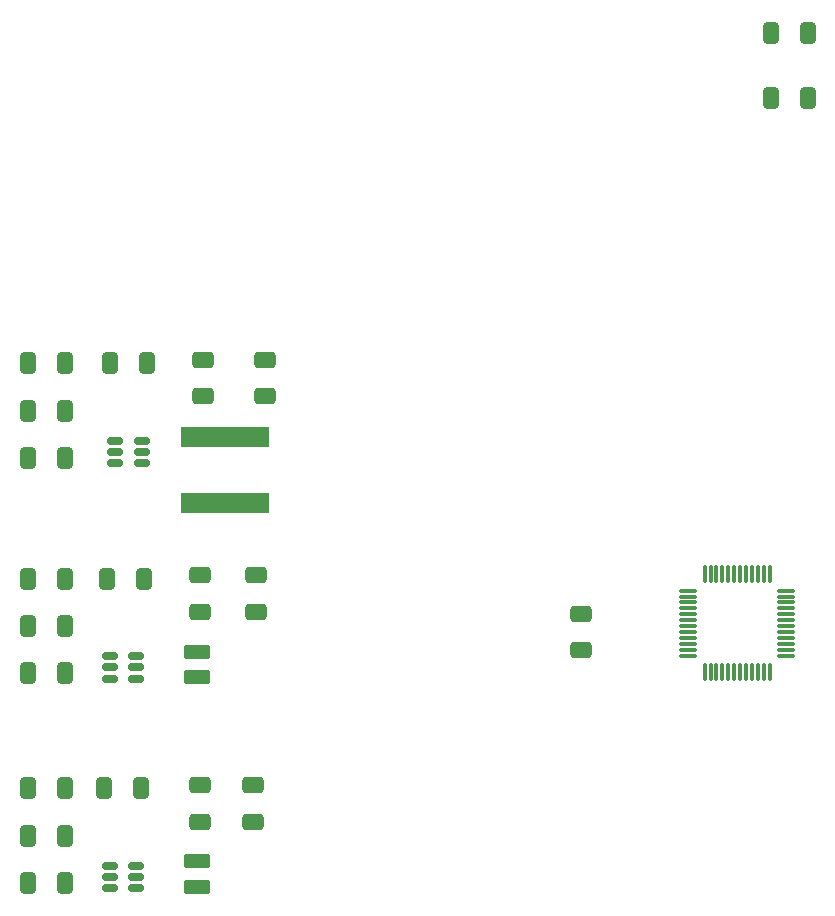
<source format=gbr>
%TF.GenerationSoftware,KiCad,Pcbnew,8.0.0*%
%TF.CreationDate,2024-03-19T00:20:39-05:00*%
%TF.ProjectId,MainBoard,4d61696e-426f-4617-9264-2e6b69636164,rev?*%
%TF.SameCoordinates,Original*%
%TF.FileFunction,Paste,Top*%
%TF.FilePolarity,Positive*%
%FSLAX46Y46*%
G04 Gerber Fmt 4.6, Leading zero omitted, Abs format (unit mm)*
G04 Created by KiCad (PCBNEW 8.0.0) date 2024-03-19 00:20:39*
%MOMM*%
%LPD*%
G01*
G04 APERTURE LIST*
G04 Aperture macros list*
%AMRoundRect*
0 Rectangle with rounded corners*
0 $1 Rounding radius*
0 $2 $3 $4 $5 $6 $7 $8 $9 X,Y pos of 4 corners*
0 Add a 4 corners polygon primitive as box body*
4,1,4,$2,$3,$4,$5,$6,$7,$8,$9,$2,$3,0*
0 Add four circle primitives for the rounded corners*
1,1,$1+$1,$2,$3*
1,1,$1+$1,$4,$5*
1,1,$1+$1,$6,$7*
1,1,$1+$1,$8,$9*
0 Add four rect primitives between the rounded corners*
20,1,$1+$1,$2,$3,$4,$5,0*
20,1,$1+$1,$4,$5,$6,$7,0*
20,1,$1+$1,$6,$7,$8,$9,0*
20,1,$1+$1,$8,$9,$2,$3,0*%
G04 Aperture macros list end*
%ADD10R,7.500000X1.800000*%
%ADD11RoundRect,0.150000X-0.512500X-0.150000X0.512500X-0.150000X0.512500X0.150000X-0.512500X0.150000X0*%
%ADD12RoundRect,0.250000X0.412500X0.650000X-0.412500X0.650000X-0.412500X-0.650000X0.412500X-0.650000X0*%
%ADD13RoundRect,0.250000X0.650000X-0.412500X0.650000X0.412500X-0.650000X0.412500X-0.650000X-0.412500X0*%
%ADD14RoundRect,0.075000X-0.662500X-0.075000X0.662500X-0.075000X0.662500X0.075000X-0.662500X0.075000X0*%
%ADD15RoundRect,0.075000X-0.075000X-0.662500X0.075000X-0.662500X0.075000X0.662500X-0.075000X0.662500X0*%
%ADD16RoundRect,0.250000X0.850000X-0.375000X0.850000X0.375000X-0.850000X0.375000X-0.850000X-0.375000X0*%
%ADD17RoundRect,0.250000X-0.650000X0.412500X-0.650000X-0.412500X0.650000X-0.412500X0.650000X0.412500X0*%
G04 APERTURE END LIST*
D10*
%TO.C,L2*%
X136750000Y-98800000D03*
X136750000Y-93200000D03*
%TD*%
D11*
%TO.C,U5*%
X126950000Y-129550000D03*
X126950000Y-130500000D03*
X126950000Y-131450000D03*
X129225000Y-131450000D03*
X129225000Y-130500000D03*
X129225000Y-129550000D03*
%TD*%
D12*
%TO.C,C11*%
X123150000Y-91000000D03*
X120025000Y-91000000D03*
%TD*%
%TO.C,C16*%
X123150000Y-105250000D03*
X120025000Y-105250000D03*
%TD*%
D13*
%TO.C,C8*%
X134587500Y-125812500D03*
X134587500Y-122687500D03*
%TD*%
%TO.C,C9*%
X139087500Y-125812500D03*
X139087500Y-122687500D03*
%TD*%
%TO.C,C21*%
X139337500Y-108062500D03*
X139337500Y-104937500D03*
%TD*%
D11*
%TO.C,U2*%
X126950000Y-111800000D03*
X126950000Y-112750000D03*
X126950000Y-113700000D03*
X129225000Y-113700000D03*
X129225000Y-112750000D03*
X129225000Y-111800000D03*
%TD*%
D12*
%TO.C,C17*%
X123150000Y-109250000D03*
X120025000Y-109250000D03*
%TD*%
%TO.C,C6*%
X123150000Y-131000000D03*
X120025000Y-131000000D03*
%TD*%
D14*
%TO.C,U3*%
X175925000Y-106250000D03*
X175925000Y-106750000D03*
X175925000Y-107250000D03*
X175925000Y-107750000D03*
X175925000Y-108250000D03*
X175925000Y-108750000D03*
X175925000Y-109250000D03*
X175925000Y-109750000D03*
X175925000Y-110250000D03*
X175925000Y-110750000D03*
X175925000Y-111250000D03*
X175925000Y-111750000D03*
D15*
X177337500Y-113162500D03*
X177837500Y-113162500D03*
X178337500Y-113162500D03*
X178837500Y-113162500D03*
X179337500Y-113162500D03*
X179837500Y-113162500D03*
X180337500Y-113162500D03*
X180837500Y-113162500D03*
X181337500Y-113162500D03*
X181837500Y-113162500D03*
X182337500Y-113162500D03*
X182837500Y-113162500D03*
D14*
X184250000Y-111750000D03*
X184250000Y-111250000D03*
X184250000Y-110750000D03*
X184250000Y-110250000D03*
X184250000Y-109750000D03*
X184250000Y-109250000D03*
X184250000Y-108750000D03*
X184250000Y-108250000D03*
X184250000Y-107750000D03*
X184250000Y-107250000D03*
X184250000Y-106750000D03*
X184250000Y-106250000D03*
D15*
X182837500Y-104837500D03*
X182337500Y-104837500D03*
X181837500Y-104837500D03*
X181337500Y-104837500D03*
X180837500Y-104837500D03*
X180337500Y-104837500D03*
X179837500Y-104837500D03*
X179337500Y-104837500D03*
X178837500Y-104837500D03*
X178337500Y-104837500D03*
X177837500Y-104837500D03*
X177337500Y-104837500D03*
%TD*%
D16*
%TO.C,L3*%
X134337500Y-113575000D03*
X134337500Y-111425000D03*
%TD*%
D11*
%TO.C,U1*%
X127450000Y-93550000D03*
X127450000Y-94500000D03*
X127450000Y-95450000D03*
X129725000Y-95450000D03*
X129725000Y-94500000D03*
X129725000Y-93550000D03*
%TD*%
D12*
%TO.C,C18*%
X123150000Y-113250000D03*
X120025000Y-113250000D03*
%TD*%
D16*
%TO.C,L1*%
X134337500Y-131325000D03*
X134337500Y-129175000D03*
%TD*%
D12*
%TO.C,C19*%
X129900000Y-105250000D03*
X126775000Y-105250000D03*
%TD*%
%TO.C,C2*%
X123150000Y-127000000D03*
X120025000Y-127000000D03*
%TD*%
%TO.C,C3*%
X186062500Y-59000000D03*
X182937500Y-59000000D03*
%TD*%
%TO.C,C13*%
X130150000Y-87000000D03*
X127025000Y-87000000D03*
%TD*%
D13*
%TO.C,C20*%
X134587500Y-108062500D03*
X134587500Y-104937500D03*
%TD*%
D12*
%TO.C,C12*%
X123150000Y-95000000D03*
X120025000Y-95000000D03*
%TD*%
%TO.C,C7*%
X129650000Y-123000000D03*
X126525000Y-123000000D03*
%TD*%
%TO.C,C10*%
X123150000Y-87000000D03*
X120025000Y-87000000D03*
%TD*%
%TO.C,C4*%
X186062500Y-64500000D03*
X182937500Y-64500000D03*
%TD*%
D13*
%TO.C,C15*%
X140087500Y-89812500D03*
X140087500Y-86687500D03*
%TD*%
D12*
%TO.C,C1*%
X123150000Y-123000000D03*
X120025000Y-123000000D03*
%TD*%
D17*
%TO.C,C5*%
X166837500Y-108187500D03*
X166837500Y-111312500D03*
%TD*%
D13*
%TO.C,C14*%
X134837500Y-89812500D03*
X134837500Y-86687500D03*
%TD*%
M02*

</source>
